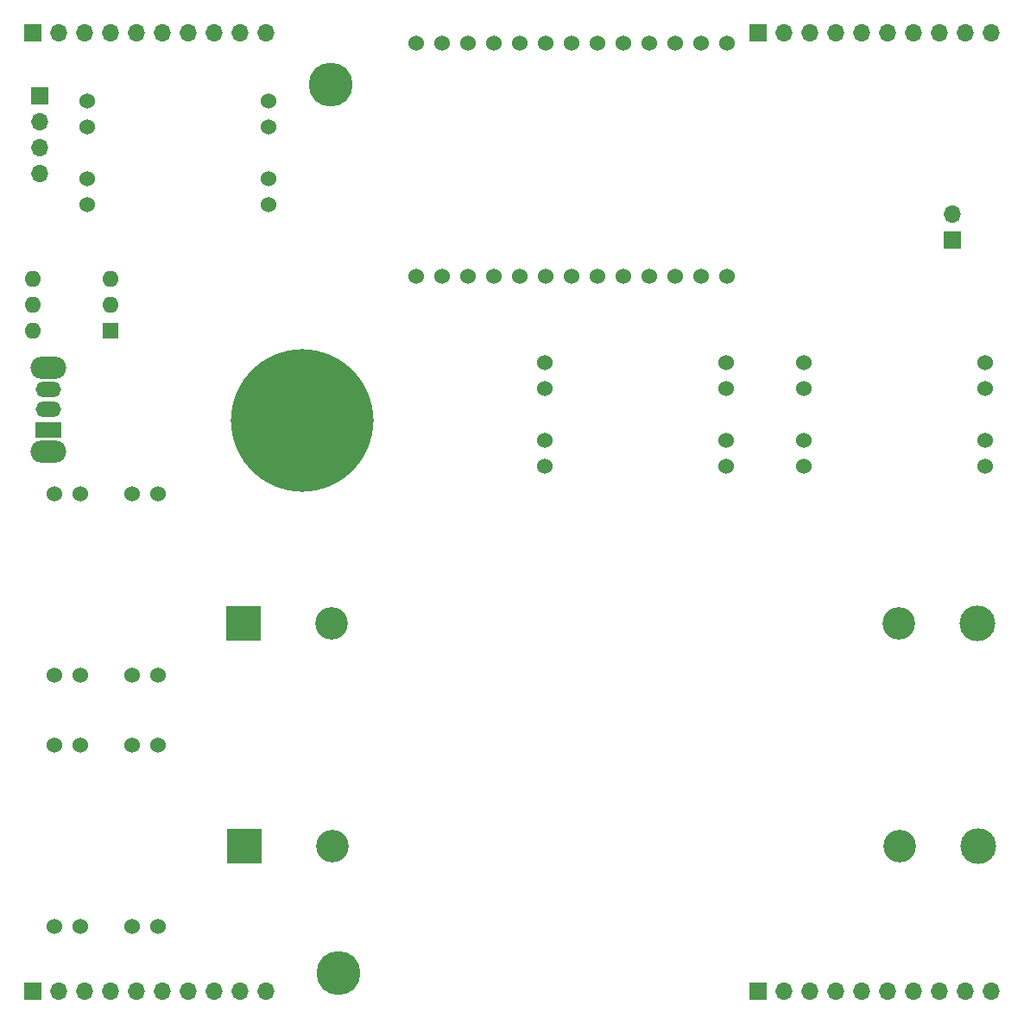
<source format=gbr>
%TF.GenerationSoftware,KiCad,Pcbnew,6.0.7-f9a2dced07~116~ubuntu20.04.1*%
%TF.CreationDate,2022-10-31T14:41:35+01:00*%
%TF.ProjectId,av_citynode_hw,61765f63-6974-4796-9e6f-64655f68772e,rev?*%
%TF.SameCoordinates,Original*%
%TF.FileFunction,Soldermask,Bot*%
%TF.FilePolarity,Negative*%
%FSLAX46Y46*%
G04 Gerber Fmt 4.6, Leading zero omitted, Abs format (unit mm)*
G04 Created by KiCad (PCBNEW 6.0.7-f9a2dced07~116~ubuntu20.04.1) date 2022-10-31 14:41:35*
%MOMM*%
%LPD*%
G01*
G04 APERTURE LIST*
%ADD10R,1.700000X1.700000*%
%ADD11O,1.700000X1.700000*%
%ADD12C,1.524000*%
%ADD13C,4.300000*%
%ADD14C,14.000000*%
%ADD15R,1.600000X1.600000*%
%ADD16O,1.600000X1.600000*%
%ADD17C,3.200000*%
%ADD18R,3.500000X3.500000*%
%ADD19C,3.500000*%
%ADD20O,3.500000X2.200000*%
%ADD21R,2.500000X1.500000*%
%ADD22O,2.500000X1.500000*%
G04 APERTURE END LIST*
D10*
%TO.C,J4*%
X199449000Y-69088000D03*
D11*
X199449000Y-66548000D03*
%TD*%
D10*
%TO.C,J1*%
X180399000Y-48768000D03*
D11*
X182939000Y-48768000D03*
X185479000Y-48768000D03*
X188019000Y-48768000D03*
X190559000Y-48768000D03*
X193099000Y-48768000D03*
X195639000Y-48768000D03*
X198179000Y-48768000D03*
X200719000Y-48768000D03*
X203259000Y-48768000D03*
%TD*%
D12*
%TO.C,U19*%
X114554000Y-55491000D03*
X114554000Y-58031000D03*
X114554000Y-63111000D03*
X114554000Y-65651000D03*
X132334000Y-65651000D03*
X132334000Y-63111000D03*
X132334000Y-58031000D03*
X132334000Y-55491000D03*
%TD*%
D10*
%TO.C,J7*%
X109279000Y-142748000D03*
D11*
X111819000Y-142748000D03*
X114359000Y-142748000D03*
X116899000Y-142748000D03*
X119439000Y-142748000D03*
X121979000Y-142748000D03*
X124519000Y-142748000D03*
X127059000Y-142748000D03*
X129599000Y-142748000D03*
X132139000Y-142748000D03*
%TD*%
D12*
%TO.C,U9*%
X177351000Y-49784000D03*
X174811000Y-49784000D03*
X172271000Y-49784000D03*
X169731000Y-49784000D03*
X167191000Y-49784000D03*
X164651000Y-49784000D03*
X162111000Y-49784000D03*
X159571000Y-49784000D03*
X157031000Y-49784000D03*
X154491000Y-49784000D03*
X151951000Y-49784000D03*
X149411000Y-49784000D03*
X146871000Y-49784000D03*
X146871000Y-72644000D03*
X149411000Y-72644000D03*
X151951000Y-72644000D03*
X154491000Y-72644000D03*
X157031000Y-72644000D03*
X159571000Y-72644000D03*
X162111000Y-72644000D03*
X164651000Y-72644000D03*
X167191000Y-72644000D03*
X169731000Y-72644000D03*
X172271000Y-72644000D03*
X174811000Y-72644000D03*
X177351000Y-72644000D03*
%TD*%
D10*
%TO.C,J2*%
X109279000Y-48768000D03*
D11*
X111819000Y-48768000D03*
X114359000Y-48768000D03*
X116899000Y-48768000D03*
X119439000Y-48768000D03*
X121979000Y-48768000D03*
X124519000Y-48768000D03*
X127059000Y-48768000D03*
X129599000Y-48768000D03*
X132139000Y-48768000D03*
%TD*%
D13*
%TO.C,H3*%
X138489000Y-53848000D03*
%TD*%
%TO.C,H4*%
X139251000Y-140970000D03*
%TD*%
D14*
%TO.C,H7*%
X135644200Y-86766400D03*
%TD*%
D12*
%TO.C,U20*%
X121539000Y-118618000D03*
X118999000Y-118618000D03*
X113919000Y-118618000D03*
X111379000Y-118618000D03*
X111379000Y-136398000D03*
X113919000Y-136398000D03*
X118999000Y-136398000D03*
X121539000Y-136398000D03*
%TD*%
D15*
%TO.C,SW1*%
X116889000Y-77978000D03*
D16*
X116889000Y-75438000D03*
X116889000Y-72898000D03*
X109269000Y-72898000D03*
X109269000Y-75438000D03*
X109269000Y-77978000D03*
%TD*%
D17*
%TO.C,BT1*%
X194176000Y-106680000D03*
X138566000Y-106680000D03*
D18*
X129921000Y-106680000D03*
D19*
X201921000Y-106680000D03*
%TD*%
D17*
%TO.C,BT2*%
X138634000Y-128524000D03*
X194244000Y-128524000D03*
D18*
X129989000Y-128524000D03*
D19*
X201989000Y-128524000D03*
%TD*%
D10*
%TO.C,J6*%
X180399000Y-142748000D03*
D11*
X182939000Y-142748000D03*
X185479000Y-142748000D03*
X188019000Y-142748000D03*
X190559000Y-142748000D03*
X193099000Y-142748000D03*
X195639000Y-142748000D03*
X198179000Y-142748000D03*
X200719000Y-142748000D03*
X203259000Y-142748000D03*
%TD*%
D20*
%TO.C,SW2*%
X110787500Y-89825000D03*
X110787500Y-81625000D03*
D21*
X110787500Y-87725000D03*
D22*
X110787500Y-85725000D03*
X110787500Y-83725000D03*
%TD*%
D12*
%TO.C,U3*%
X184844000Y-81153000D03*
X184844000Y-83693000D03*
X184844000Y-88773000D03*
X184844000Y-91313000D03*
X202624000Y-91313000D03*
X202624000Y-88773000D03*
X202624000Y-83693000D03*
X202624000Y-81153000D03*
%TD*%
%TO.C,U2*%
X159444000Y-81153000D03*
X159444000Y-83693000D03*
X159444000Y-88773000D03*
X159444000Y-91313000D03*
X177224000Y-91313000D03*
X177224000Y-88773000D03*
X177224000Y-83693000D03*
X177224000Y-81153000D03*
%TD*%
%TO.C,U1*%
X121547000Y-93980000D03*
X119007000Y-93980000D03*
X113927000Y-93980000D03*
X111387000Y-93980000D03*
X111387000Y-111760000D03*
X113927000Y-111760000D03*
X119007000Y-111760000D03*
X121547000Y-111760000D03*
%TD*%
D10*
%TO.C,J25*%
X109914000Y-54991000D03*
D11*
X109914000Y-57531000D03*
X109914000Y-60071000D03*
X109914000Y-62611000D03*
%TD*%
M02*

</source>
